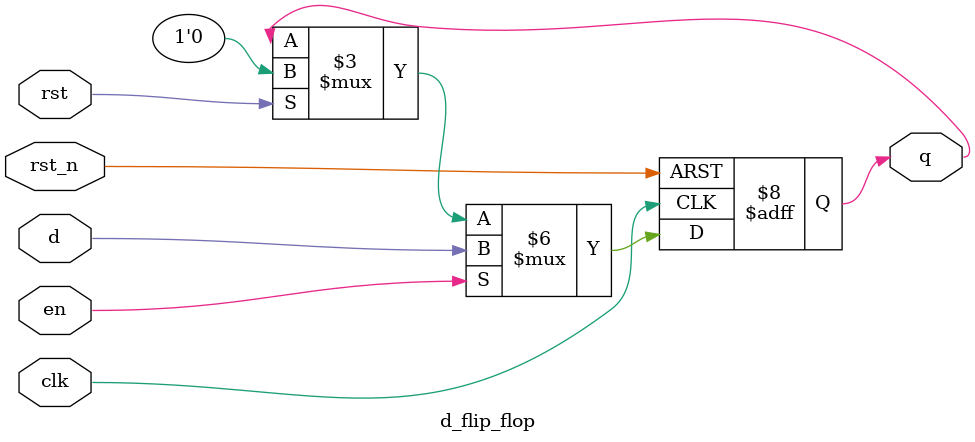
<source format=v>
module d_flip_flop (
	input      clk, 
    input      rst, 
    input      rst_n, 
    input      en, 
    input      d,
	output reg q
);

always @(posedge clk or negedge rst_n) begin
	if (!rst_n)
		q <= 1'b0;
	else if (en)
		q <= d;
	else if (rst)
		q <= 1'b0;
end

endmodule

</source>
